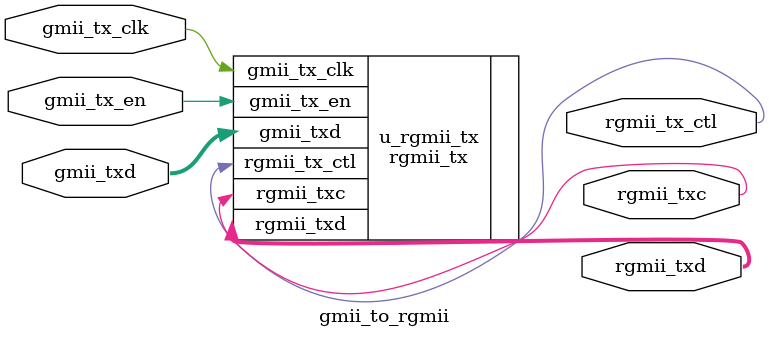
<source format=v>
`timescale 1ns / 1ps


module gmii_to_rgmii(
    input              gmii_tx_clk , //GMII·¢ËÍÊ±ÖÓ
    input              gmii_tx_en  , //GMII·¢ËÍÊý¾ÝÊ¹ÄÜÐÅºÅ
    input       [7:0]  gmii_txd    , //GMII·¢ËÍÊý¾Ý
    output             rgmii_txc   , //RGMII·¢ËÍÊ±ÖÓ
    output             rgmii_tx_ctl, //RGMII·¢ËÍÊý¾Ý¿ØÖÆÐÅºÅ
    output      [3:0]  rgmii_txd     //RGMII·¢ËÍÊý¾Ý  
    );
    
    //RGMII·¢ËÍ
rgmii_tx u_rgmii_tx(
    .gmii_tx_clk   (gmii_tx_clk ),
    .gmii_tx_en    (gmii_tx_en  ),
    .gmii_txd      (gmii_txd    ),
              
    .rgmii_txc     (rgmii_txc   ),
    .rgmii_tx_ctl  (rgmii_tx_ctl),
    .rgmii_txd     (rgmii_txd   )
    );
endmodule

</source>
